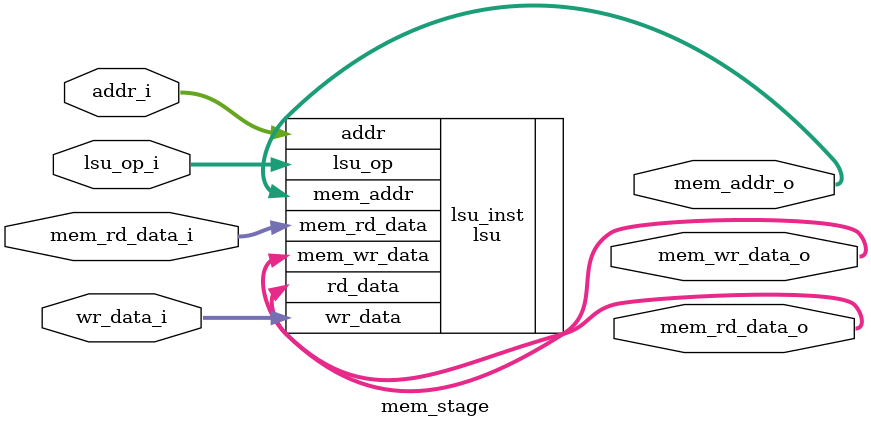
<source format=v>
module mem_stage (
    input wire [2:0] lsu_op_i,
    input wire [31:0] addr_i,
    input wire [31:0] wr_data_i,
    input wire [31:0] mem_rd_data_i,
    
    output wire [31:0] mem_rd_data_o,
    output wire [31:0] mem_addr_o,
    output wire [31:0] mem_wr_data_o
);

    lsu lsu_inst (
        .lsu_op(lsu_op_i),
        .addr(addr_i),
        .wr_data(wr_data_i),
        .mem_rd_data(mem_rd_data_i),
        .rd_data(mem_rd_data_o),
        .mem_addr(mem_addr_o),
        .mem_wr_data(mem_wr_data_o)
    );

endmodule
</source>
